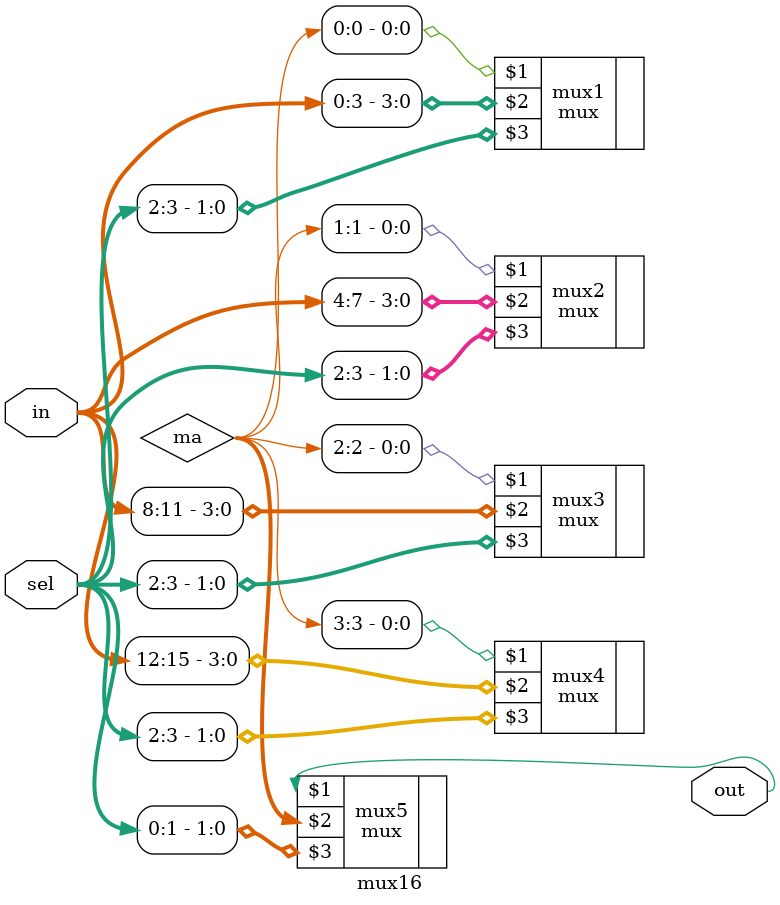
<source format=v>
`include "mux.v"
module mux16(out,in,sel); 
	input [0:15] in; 
	input [0:3] sel; 
	output out; 
	wire [0:3] ma; 
 
	mux mux1(ma[0],in[0:3],sel[2:3]); 
	mux mux2(ma[1],in[4:7],sel[2:3]); 
	mux mux3(ma[2],in[8:11],sel[2:3]); 
	mux mux4(ma[3],in[12:15],sel[2:3]); 
	mux mux5(out,ma,sel[0:1]); 
endmodule 

</source>
